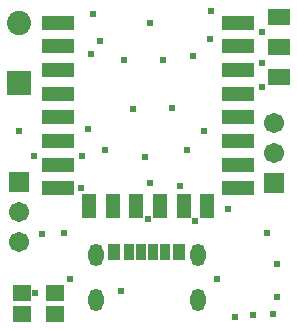
<source format=gts>
G04*
G04 #@! TF.GenerationSoftware,Altium Limited,Altium Designer,21.6.1 (37)*
G04*
G04 Layer_Color=8388736*
%FSLAX24Y24*%
%MOIN*%
G70*
G04*
G04 #@! TF.SameCoordinates,2CDDA2BD-A9AE-4566-A957-8AB6CD1B29DF*
G04*
G04*
G04 #@! TF.FilePolarity,Negative*
G04*
G01*
G75*
%ADD21R,0.0395X0.0552*%
%ADD22R,0.0356X0.0552*%
%ADD23R,0.0379X0.0552*%
%ADD24R,0.0780X0.0580*%
%ADD25R,0.0631X0.0552*%
%ADD26R,0.0513X0.0789*%
%ADD27R,0.1104X0.0513*%
%ADD28O,0.0513X0.0749*%
%ADD29C,0.0671*%
%ADD30R,0.0671X0.0671*%
%ADD31C,0.0808*%
%ADD32R,0.0808X0.0808*%
%ADD33C,0.0237*%
D21*
X3867Y2646D02*
D03*
X6032D02*
D03*
D22*
X4752D02*
D03*
X5146D02*
D03*
D23*
X5548D02*
D03*
X4351D02*
D03*
D24*
X9350Y8500D02*
D03*
Y9500D02*
D03*
Y10500D02*
D03*
D25*
X1900Y1309D02*
D03*
Y600D02*
D03*
X800Y1309D02*
D03*
Y600D02*
D03*
D26*
X6969Y4199D02*
D03*
X6181D02*
D03*
X5394D02*
D03*
X4606D02*
D03*
X3819D02*
D03*
X3031D02*
D03*
D27*
X7992Y10301D02*
D03*
Y9514D02*
D03*
Y8726D02*
D03*
Y7939D02*
D03*
Y7152D02*
D03*
Y6364D02*
D03*
Y5577D02*
D03*
Y4789D02*
D03*
X2008Y4789D02*
D03*
X2008Y5577D02*
D03*
Y6364D02*
D03*
Y7152D02*
D03*
Y7939D02*
D03*
Y8726D02*
D03*
Y9514D02*
D03*
Y10301D02*
D03*
D28*
X6650Y2546D02*
D03*
X3248Y1050D02*
D03*
Y2546D02*
D03*
X6650Y1050D02*
D03*
D29*
X9200Y6950D02*
D03*
Y5950D02*
D03*
X700Y3000D02*
D03*
Y4000D02*
D03*
D30*
X9200Y4950D02*
D03*
X700Y5000D02*
D03*
D31*
Y10300D02*
D03*
D32*
Y8300D02*
D03*
D33*
X5050Y10300D02*
D03*
X8800Y8150D02*
D03*
Y8950D02*
D03*
Y10000D02*
D03*
X3100Y9250D02*
D03*
X1200Y5850D02*
D03*
X2800D02*
D03*
X6550Y3700D02*
D03*
X7650Y4100D02*
D03*
X5000Y3750D02*
D03*
X2200Y3300D02*
D03*
X1450Y3250D02*
D03*
X8500Y550D02*
D03*
X7900Y500D02*
D03*
X9150Y600D02*
D03*
X9300Y1150D02*
D03*
Y2250D02*
D03*
X6050Y4850D02*
D03*
X5050Y4950D02*
D03*
X3000Y6750D02*
D03*
X700Y6700D02*
D03*
X7100Y10700D02*
D03*
X7050Y9750D02*
D03*
X6500Y9200D02*
D03*
X5500Y9050D02*
D03*
X4200D02*
D03*
X3400Y9700D02*
D03*
X3150Y10600D02*
D03*
X1241Y1309D02*
D03*
X8950Y3300D02*
D03*
X7300Y1750D02*
D03*
X2400D02*
D03*
X4100Y1375D02*
D03*
X2750Y4800D02*
D03*
X3567Y6074D02*
D03*
X4900Y5825D02*
D03*
X5800Y7450D02*
D03*
X4478Y7422D02*
D03*
X6300Y6075D02*
D03*
X6850Y6700D02*
D03*
M02*

</source>
